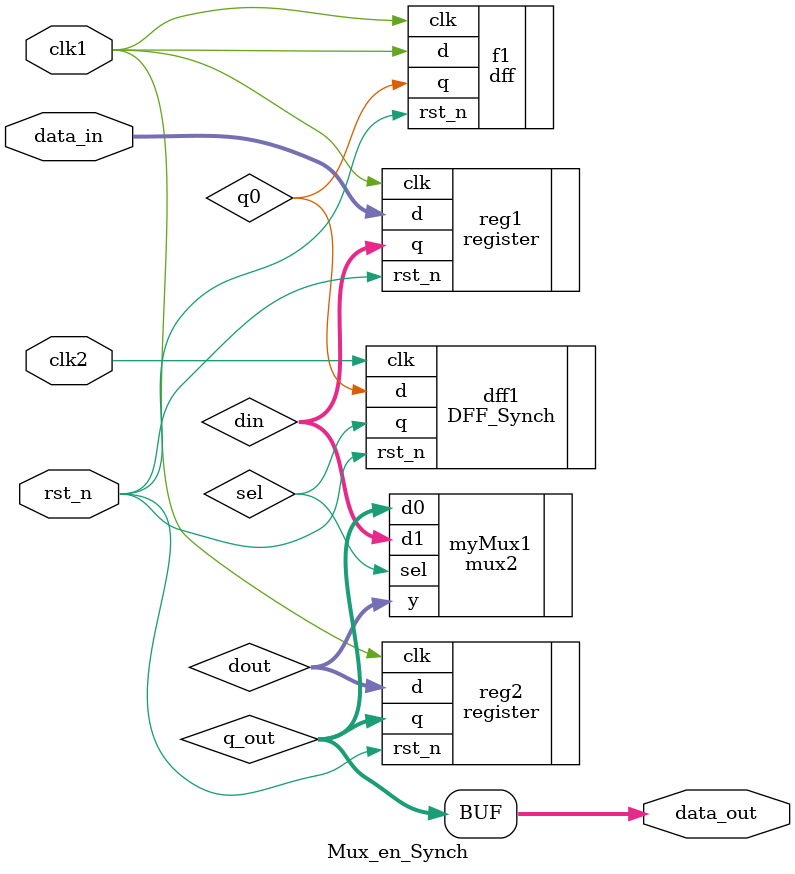
<source format=v>

module Mux_en_Synch #(parameter width = 8)(
input clk1,clk2,
input rst_n,
input [width-1:0]  data_in,
output [width-1:0] data_out
); 

//wire en;
//assign en=1;  

wire q0; 
wire sel; 

wire [width-1:0] din,dout,q_out; 

dff f1 (.clk(clk1),.rst_n(rst_n),.d(clk1),.q(q0)); 
DFF_Synch dff1 (.clk(clk2),.rst_n(rst_n), .d(q0), .q(sel));
mux2 #(.width(width)) myMux1(.sel(sel), .d0(q_out), .d1(din), .y(dout));   

register #(.width(width)) reg1 (.clk(clk1),.rst_n(rst_n), .d(data_in), .q(din)); 
register #(.width(width)) reg2 (.clk(clk1),.rst_n(rst_n), .d(dout), .q(q_out)); 
assign data_out = q_out;  

endmodule 

// instance:
//  Mux_en_Synch inst_name (.clk1(),.clk2(),.rst_n(), .data_in(), .data_out());  


</source>
